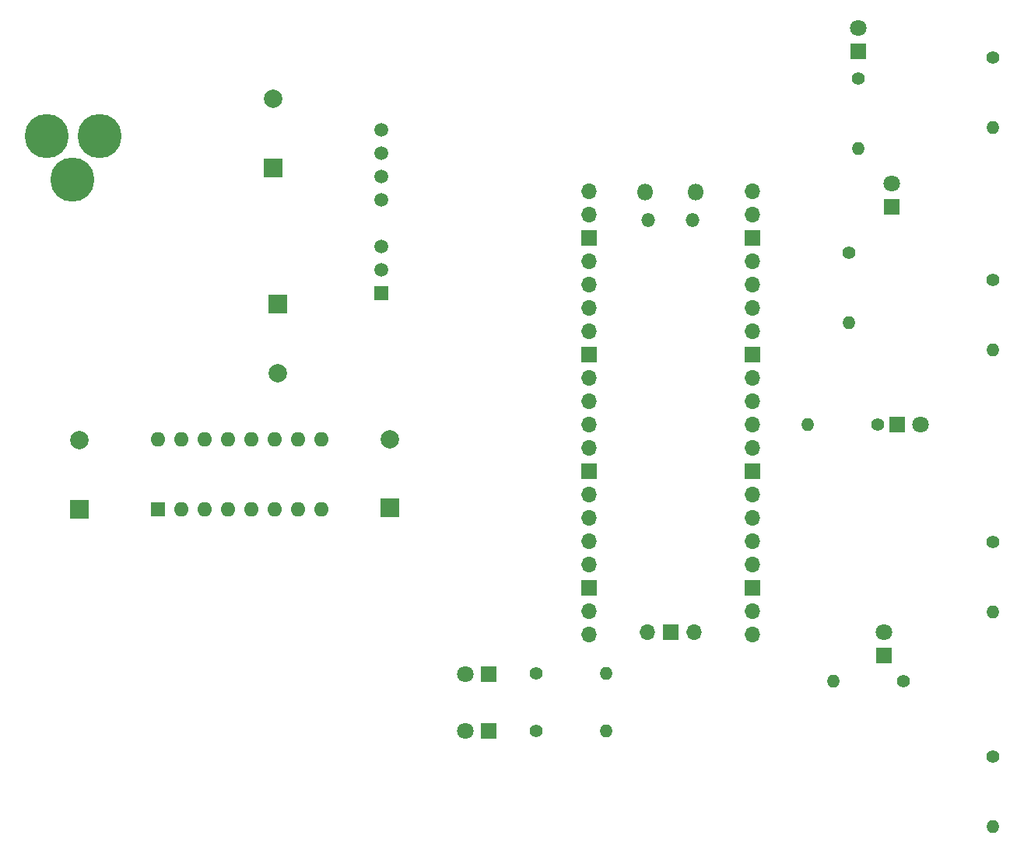
<source format=gbr>
%TF.GenerationSoftware,KiCad,Pcbnew,(6.0.7)*%
%TF.CreationDate,2022-12-24T23:10:44-08:00*%
%TF.ProjectId,ControlBoard,436f6e74-726f-46c4-926f-6172642e6b69,rev?*%
%TF.SameCoordinates,Original*%
%TF.FileFunction,Soldermask,Bot*%
%TF.FilePolarity,Negative*%
%FSLAX46Y46*%
G04 Gerber Fmt 4.6, Leading zero omitted, Abs format (unit mm)*
G04 Created by KiCad (PCBNEW (6.0.7)) date 2022-12-24 23:10:44*
%MOMM*%
%LPD*%
G01*
G04 APERTURE LIST*
%ADD10C,1.400000*%
%ADD11O,1.400000X1.400000*%
%ADD12R,1.800000X1.800000*%
%ADD13C,1.800000*%
%ADD14O,1.800000X1.800000*%
%ADD15O,1.500000X1.500000*%
%ADD16O,1.700000X1.700000*%
%ADD17R,1.700000X1.700000*%
%ADD18R,1.600000X1.600000*%
%ADD19O,1.600000X1.600000*%
%ADD20R,1.508000X1.508000*%
%ADD21C,1.508000*%
%ADD22C,4.800000*%
%ADD23R,2.000000X2.000000*%
%ADD24C,2.000000*%
G04 APERTURE END LIST*
D10*
%TO.C,R10*%
X223260000Y-106670000D03*
D11*
X215640000Y-106670000D03*
%TD*%
D10*
%TO.C,R9*%
X220400000Y-78700000D03*
D11*
X212780000Y-78700000D03*
%TD*%
D10*
%TO.C,R8*%
X217320000Y-59990000D03*
D11*
X217320000Y-67610000D03*
%TD*%
D10*
%TO.C,R7*%
X218350000Y-41060000D03*
D11*
X218350000Y-48680000D03*
%TD*%
D10*
%TO.C,R6*%
X183300000Y-105840000D03*
D11*
X190920000Y-105840000D03*
%TD*%
D10*
%TO.C,R5*%
X183300000Y-112100000D03*
D11*
X190920000Y-112100000D03*
%TD*%
D12*
%TO.C,D6*%
X221100000Y-103885000D03*
D13*
X221100000Y-101345000D03*
%TD*%
D12*
%TO.C,D5*%
X222555000Y-78700000D03*
D13*
X225095000Y-78700000D03*
%TD*%
D12*
%TO.C,D4*%
X221970000Y-55005000D03*
D13*
X221970000Y-52465000D03*
%TD*%
D12*
%TO.C,D3*%
X218350000Y-38105000D03*
D13*
X218350000Y-35565000D03*
%TD*%
D12*
%TO.C,D2*%
X178075000Y-105860000D03*
D13*
X175535000Y-105860000D03*
%TD*%
D12*
%TO.C,D1*%
X178075000Y-112100000D03*
D13*
X175535000Y-112100000D03*
%TD*%
D10*
%TO.C,R4*%
X232980000Y-114840000D03*
D11*
X232980000Y-122460000D03*
%TD*%
D10*
%TO.C,R3*%
X232980000Y-91540000D03*
D11*
X232980000Y-99160000D03*
%TD*%
%TO.C,R2*%
X232980000Y-70600000D03*
D10*
X232980000Y-62980000D03*
%TD*%
%TO.C,R1*%
X232980000Y-38740000D03*
D11*
X232980000Y-46360000D03*
%TD*%
D14*
%TO.C,U2*%
X200595000Y-53415000D03*
X195145000Y-53415000D03*
D15*
X195445000Y-56445000D03*
X200295000Y-56445000D03*
D16*
X188980000Y-53285000D03*
X188980000Y-55825000D03*
D17*
X188980000Y-58365000D03*
D16*
X188980000Y-60905000D03*
X188980000Y-63445000D03*
X188980000Y-65985000D03*
X188980000Y-68525000D03*
D17*
X188980000Y-71065000D03*
D16*
X188980000Y-73605000D03*
X188980000Y-76145000D03*
X188980000Y-78685000D03*
X188980000Y-81225000D03*
D17*
X188980000Y-83765000D03*
D16*
X188980000Y-86305000D03*
X188980000Y-88845000D03*
X188980000Y-91385000D03*
X188980000Y-93925000D03*
D17*
X188980000Y-96465000D03*
D16*
X188980000Y-99005000D03*
X188980000Y-101545000D03*
X206760000Y-101545000D03*
X206760000Y-99005000D03*
D17*
X206760000Y-96465000D03*
D16*
X206760000Y-93925000D03*
X206760000Y-91385000D03*
X206760000Y-88845000D03*
X206760000Y-86305000D03*
D17*
X206760000Y-83765000D03*
D16*
X206760000Y-81225000D03*
X206760000Y-78685000D03*
X206760000Y-76145000D03*
X206760000Y-73605000D03*
D17*
X206760000Y-71065000D03*
D16*
X206760000Y-68525000D03*
X206760000Y-65985000D03*
X206760000Y-63445000D03*
X206760000Y-60905000D03*
D17*
X206760000Y-58365000D03*
D16*
X206760000Y-55825000D03*
X206760000Y-53285000D03*
X195330000Y-101315000D03*
D17*
X197870000Y-101315000D03*
D16*
X200410000Y-101315000D03*
%TD*%
D18*
%TO.C,U1*%
X142085000Y-87960000D03*
D19*
X144625000Y-87960000D03*
X147165000Y-87960000D03*
X149705000Y-87960000D03*
X152245000Y-87960000D03*
X154785000Y-87960000D03*
X157325000Y-87960000D03*
X159865000Y-87960000D03*
X159865000Y-80340000D03*
X157325000Y-80340000D03*
X154785000Y-80340000D03*
X152245000Y-80340000D03*
X149705000Y-80340000D03*
X147165000Y-80340000D03*
X144625000Y-80340000D03*
X142085000Y-80340000D03*
%TD*%
D20*
%TO.C,PS1*%
X166380000Y-64447500D03*
D21*
X166380000Y-61907500D03*
X166380000Y-59367500D03*
X166380000Y-54287500D03*
X166380000Y-51747500D03*
X166380000Y-49207500D03*
X166380000Y-46667500D03*
%TD*%
D22*
%TO.C,J1*%
X135779500Y-47280000D03*
X129979500Y-47280000D03*
X132779500Y-52080000D03*
%TD*%
D23*
%TO.C,C4*%
X167374880Y-87795119D03*
D24*
X167374880Y-80295119D03*
%TD*%
D23*
%TO.C,C3*%
X133530000Y-87947677D03*
D24*
X133530000Y-80447677D03*
%TD*%
D23*
%TO.C,C2*%
X154635000Y-50747677D03*
D24*
X154635000Y-43247677D03*
%TD*%
D23*
%TO.C,C1*%
X155175000Y-65602323D03*
D24*
X155175000Y-73102323D03*
%TD*%
M02*

</source>
